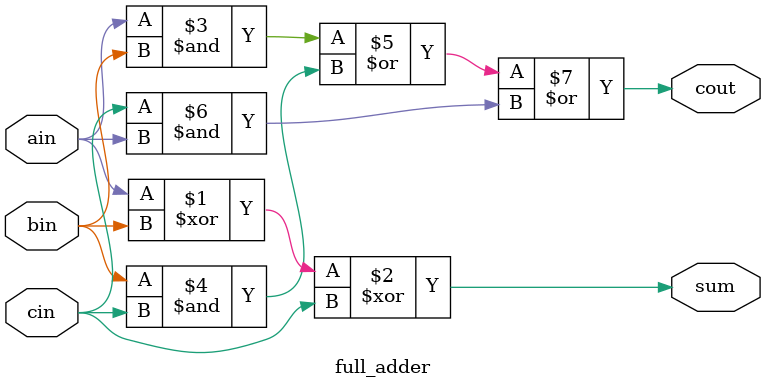
<source format=v>

`define ZILLA_32_BIT 
`timescale 1ns/1ps

module full_adder(ain, bin, cin, sum, cout);
	input  ain, bin, cin;
	output sum, cout;

	assign sum  = ain ^ bin ^ cin;
	assign cout = (ain & bin) | (bin & cin) | (cin & ain);
	
endmodule


</source>
